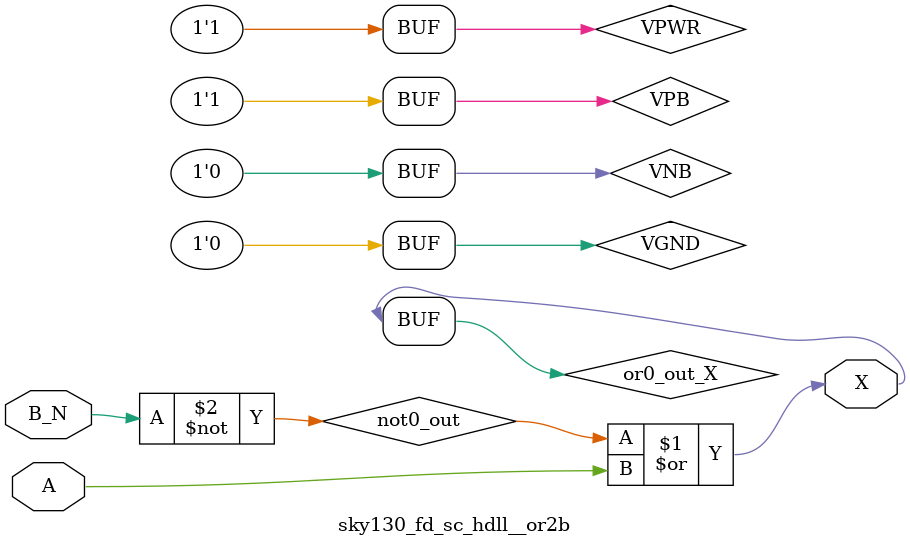
<source format=v>
/*
 * Copyright 2020 The SkyWater PDK Authors
 *
 * Licensed under the Apache License, Version 2.0 (the "License");
 * you may not use this file except in compliance with the License.
 * You may obtain a copy of the License at
 *
 *     https://www.apache.org/licenses/LICENSE-2.0
 *
 * Unless required by applicable law or agreed to in writing, software
 * distributed under the License is distributed on an "AS IS" BASIS,
 * WITHOUT WARRANTIES OR CONDITIONS OF ANY KIND, either express or implied.
 * See the License for the specific language governing permissions and
 * limitations under the License.
 *
 * SPDX-License-Identifier: Apache-2.0
*/


`ifndef SKY130_FD_SC_HDLL__OR2B_TIMING_V
`define SKY130_FD_SC_HDLL__OR2B_TIMING_V

/**
 * or2b: 2-input OR, first input inverted.
 *
 * Verilog simulation timing model.
 */

`timescale 1ns / 1ps
`default_nettype none

`celldefine
module sky130_fd_sc_hdll__or2b (
    X  ,
    A  ,
    B_N
);

    // Module ports
    output X  ;
    input  A  ;
    input  B_N;

    // Module supplies
    supply1 VPWR;
    supply0 VGND;
    supply1 VPB ;
    supply0 VNB ;

    // Local signals
    wire not0_out ;
    wire or0_out_X;

    //  Name  Output     Other arguments
    not not0 (not0_out , B_N            );
    or  or0  (or0_out_X, not0_out, A    );
    buf buf0 (X        , or0_out_X      );

endmodule
`endcelldefine

`default_nettype wire
`endif  // SKY130_FD_SC_HDLL__OR2B_TIMING_V

</source>
